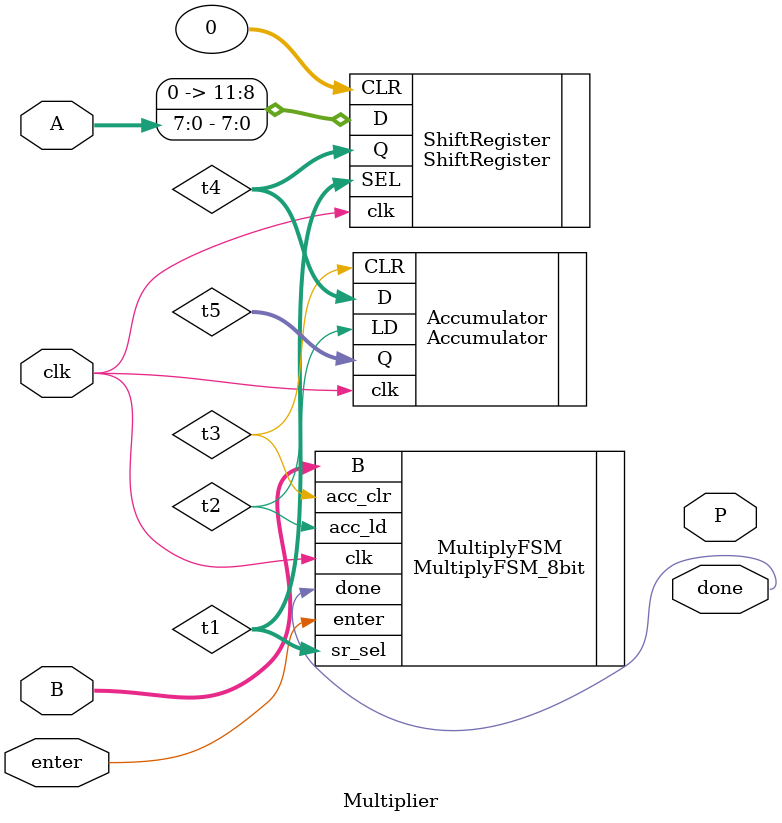
<source format=sv>
`timescale 1ns / 1ps


module Multiplier(
    input clk,
    input [7:0] A,
    input enter,
    input [4:0] B,
    output [7:0] P,
    output done
    );
    logic [1:0] t1;
    logic t2, t3;
    logic [7:0] t4, t5;
    
    
    ShiftRegister ShiftRegister (.clk(clk), .CLR(0), .SEL(t1), .D({4'b0,A}), .Q(t4));
    MultiplyFSM_8bit MultiplyFSM (.clk(clk), .enter(enter), .B(B), .sr_sel(t1), .acc_ld(t2), .acc_clr(t3), .done(done));
    Accumulator Accumulator (.clk(clk), .LD(t2), .CLR(t3), .D(t4), .Q(t5));
    
endmodule

</source>
